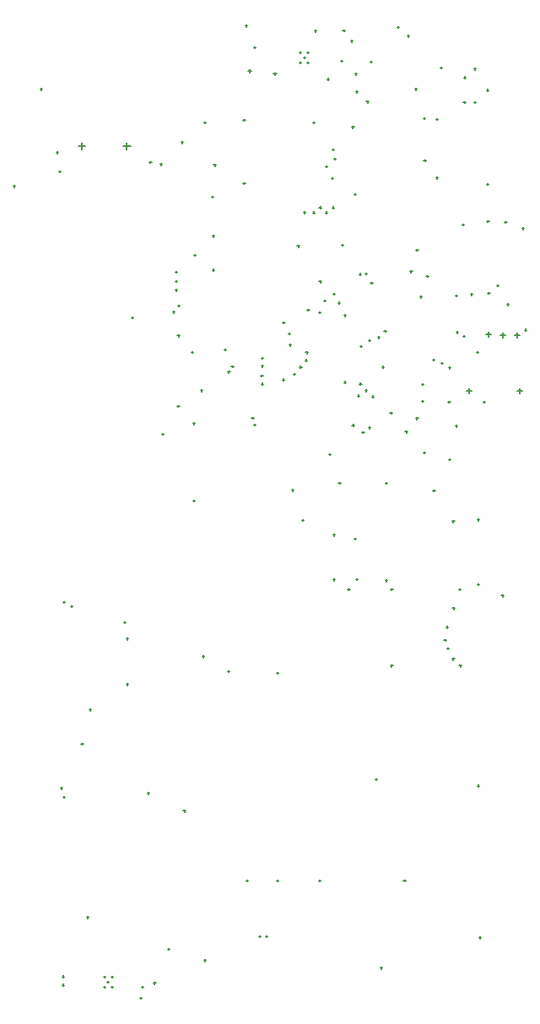
<source format=gbr>
%TF.GenerationSoftware,Altium Limited,Altium Designer,19.0.12 (326)*%
G04 Layer_Color=128*
%FSLAX26Y26*%
%MOIN*%
%TF.FileFunction,Drillmap*%
%TF.Part,Single*%
G01*
G75*
%TA.AperFunction,NonConductor*%
%ADD146C,0.005000*%
D146*
X268063Y113000D02*
X275937D01*
X272000Y109063D02*
Y116937D01*
X273000Y142063D02*
Y149937D01*
X269063Y146000D02*
X276937D01*
X431063Y145000D02*
X438937D01*
X435000Y141063D02*
Y148937D01*
X461063Y145000D02*
X468937D01*
X465000Y141063D02*
Y148937D01*
X453937Y125000D02*
X446063D01*
X450000Y121063D02*
Y128937D01*
X461063Y105000D02*
X468937D01*
X465000Y101063D02*
Y108937D01*
X438937Y105000D02*
X431063D01*
X435000Y101063D02*
Y108937D01*
X576063Y60906D02*
X583937D01*
X585000Y101063D02*
Y108937D01*
X581063Y105000D02*
X588937D01*
X630219Y119844D02*
X638093D01*
X634156Y115907D02*
Y123781D01*
X686063Y255000D02*
X693937D01*
X690000Y251063D02*
Y258937D01*
X828721Y210000D02*
X836595D01*
X832658Y206063D02*
Y213937D01*
X1046063Y305592D02*
X1053937D01*
X1050000Y301655D02*
Y309529D01*
X1071653Y305592D02*
X1079527D01*
X1075590Y301655D02*
Y309529D01*
X1116063Y525000D02*
X1123937D01*
X1120000Y521063D02*
Y528937D01*
X1003937Y525000D02*
X996063D01*
X1000000Y521063D02*
Y528937D01*
X1281063Y525000D02*
X1288937D01*
X1285000Y521063D02*
Y528937D01*
X1530000Y183937D02*
Y176063D01*
X1526063Y180000D02*
X1533937D01*
X1915063Y300000D02*
X1922937D01*
X1919000Y296063D02*
Y303937D01*
X1621256Y521063D02*
Y528937D01*
X1617319Y525000D02*
X1625193D01*
X1908563Y899724D02*
X1916437D01*
X1912500Y895787D02*
Y903661D01*
X1841534Y1369529D02*
Y1377403D01*
X1837597Y1373466D02*
X1845471D01*
X1813976Y1396063D02*
Y1403937D01*
X1810039Y1400000D02*
X1817913D01*
X1792426Y1436859D02*
Y1444733D01*
X1788489Y1440796D02*
X1796363D01*
X1781496Y1471063D02*
Y1478937D01*
X1785433Y1475000D02*
X1777559D01*
X1784803Y1525984D02*
X1792677D01*
X1788740Y1522047D02*
Y1529921D01*
X1811023Y1600000D02*
X1818897D01*
X1814960Y1596063D02*
Y1603937D01*
X1836063Y1675000D02*
X1843937D01*
X1840000Y1671063D02*
Y1678937D01*
X1908563Y1693992D02*
X1916437D01*
X1912500Y1690054D02*
Y1697928D01*
X2003937Y1650000D02*
X2011811D01*
X2007874Y1646063D02*
Y1653937D01*
X1912000Y1946063D02*
Y1953937D01*
X1908063Y1950000D02*
X1915937D01*
X1817913Y1943700D02*
X1810039D01*
X1813976Y1939763D02*
Y1947637D01*
X1737204Y2060389D02*
Y2068263D01*
X1733267Y2064326D02*
X1741141D01*
X1796063Y2188024D02*
X1803937D01*
X1800000Y2184087D02*
Y2191961D01*
X1821063Y2320000D02*
X1828937D01*
X1825000Y2316063D02*
Y2323937D01*
X1884842Y2458464D02*
X1865158D01*
X1875000Y2448622D02*
Y2468307D01*
X1801473Y2415158D02*
X1793599D01*
X1797536Y2411221D02*
Y2419095D01*
X1933071Y2413842D02*
X1940945D01*
X1937008Y2409905D02*
Y2417779D01*
X2065234Y2458971D02*
X2084919D01*
X2075077Y2449128D02*
Y2468814D01*
X2065000Y2667621D02*
Y2687306D01*
X2009000Y2688843D02*
Y2669157D01*
X1999158Y2679000D02*
X2018842D01*
X2055157Y2677463D02*
X2074843D01*
X2096063Y2699790D02*
X2103937D01*
X2100000Y2695853D02*
Y2703727D01*
X2030000Y2796063D02*
Y2803937D01*
X2026063Y2800000D02*
X2033937D01*
X1989531Y2871251D02*
Y2879125D01*
X1985593Y2875188D02*
X1993467D01*
X1957875Y2845000D02*
X1950001D01*
X1953938Y2841063D02*
Y2848937D01*
X1890565Y2840202D02*
X1882691D01*
X1886628Y2836265D02*
Y2844139D01*
X1942158Y2682024D02*
X1961842D01*
X1952000Y2691866D02*
Y2672181D01*
X1912591Y2610796D02*
X1904717D01*
X1908654Y2606859D02*
Y2614733D01*
X1829724Y2686063D02*
Y2693937D01*
X1825787Y2690000D02*
X1833661D01*
X1851063Y2675000D02*
X1858937D01*
X1855000Y2671063D02*
Y2678937D01*
X1803937Y2550000D02*
X1796063D01*
X1800000Y2546063D02*
Y2553937D01*
X1739627Y2582000D02*
X1731753D01*
X1735690Y2585937D02*
Y2578063D01*
X1765119Y2568552D02*
X1772993D01*
X1769056Y2564615D02*
Y2572489D01*
X1695937Y2485069D02*
X1688063D01*
X1692000Y2481132D02*
Y2489006D01*
Y2422787D02*
Y2414913D01*
X1688063Y2418850D02*
X1695937D01*
X1674567Y2350000D02*
X1666693D01*
X1670630Y2346063D02*
Y2353937D01*
X1631937Y2296642D02*
X1624063D01*
X1628000Y2292705D02*
Y2300579D01*
X1695421Y2215094D02*
X1703295D01*
X1699358Y2211157D02*
Y2219031D01*
X1496850Y2432063D02*
Y2439937D01*
X1492913Y2436000D02*
X1500787D01*
X1564371Y2371372D02*
X1572245D01*
X1568308Y2367435D02*
Y2375309D01*
X1487677Y2313426D02*
X1479803D01*
X1461417Y2294670D02*
X1453543D01*
X1457480Y2290733D02*
Y2298607D01*
X1418110Y2318661D02*
Y2326535D01*
X1414173Y2322598D02*
X1422047D01*
X1483740Y2317363D02*
Y2309489D01*
X1468504Y2456063D02*
Y2463937D01*
X1464567Y2460000D02*
X1472441D01*
X1444291Y2439693D02*
X1436417D01*
X1440354Y2435756D02*
Y2443630D01*
X1532283Y2553000D02*
X1540157D01*
X1536220Y2549063D02*
Y2556937D01*
X1520000Y2666063D02*
Y2673937D01*
X1516063Y2670000D02*
X1523937D01*
X1485639Y2658158D02*
X1477765D01*
X1453937Y2635630D02*
X1446063D01*
X1450000Y2631693D02*
Y2639567D01*
X1447232Y2490307D02*
Y2482433D01*
X1443295Y2486370D02*
X1451169D01*
X1385000Y2489177D02*
Y2497051D01*
X1381063Y2493114D02*
X1388937D01*
X1481702Y2654221D02*
Y2662095D01*
X1540629Y2694880D02*
X1548503D01*
X1544566Y2690943D02*
Y2698817D01*
X1386812Y2752983D02*
Y2760857D01*
X1382875Y2756920D02*
X1390749D01*
X1363195Y2802007D02*
Y2809881D01*
X1359258Y2805944D02*
X1367132D01*
X1341812Y2838063D02*
Y2845937D01*
X1337875Y2842000D02*
X1345749D01*
X1310047Y2813920D02*
X1302173D01*
X1306110Y2809983D02*
Y2817857D01*
X1290867Y2767920D02*
X1282993D01*
X1286930Y2763983D02*
Y2771857D01*
X1240944Y2781419D02*
Y2773545D01*
X1237007Y2777482D02*
X1244881D01*
X1238583Y2610000D02*
X1230709D01*
X1234646Y2606063D02*
Y2613937D01*
X1231867Y2583157D02*
Y2575284D01*
X1227929Y2579220D02*
X1235803D01*
X1214961Y2553000D02*
X1207087D01*
X1211024Y2549063D02*
Y2556937D01*
X1188937Y2525000D02*
X1181063D01*
X1185000Y2521063D02*
Y2528937D01*
X1170000Y2636063D02*
Y2643937D01*
X1166063Y2640000D02*
X1173937D01*
X1147047Y2502874D02*
X1139173D01*
X1143110Y2498937D02*
Y2506811D01*
X1060000Y2583811D02*
Y2591685D01*
X1056063Y2587748D02*
X1063937D01*
X1062555Y2556890D02*
X1054681D01*
X1058618Y2552953D02*
Y2560827D01*
X1057536Y2521457D02*
Y2513583D01*
X1053599Y2517520D02*
X1061473D01*
X1060000Y2490307D02*
Y2482433D01*
X1056063Y2486370D02*
X1063937D01*
X912478Y2616535D02*
Y2624409D01*
X908541Y2620472D02*
X916415D01*
X937484Y2555690D02*
X945358D01*
X941421Y2551753D02*
Y2559627D01*
X931129Y2533596D02*
X923255D01*
X927192Y2529659D02*
Y2537533D01*
X783204Y2607063D02*
Y2614937D01*
X787141Y2611000D02*
X779267D01*
X728291Y2672757D02*
Y2680631D01*
X709158Y2766141D02*
Y2774015D01*
X705221Y2770078D02*
X713095D01*
X724354Y2676694D02*
X732228D01*
X731316Y2398932D02*
X723442D01*
X727379Y2394995D02*
Y2402869D01*
X784409Y2330000D02*
X792283D01*
X788346Y2326063D02*
Y2333937D01*
X816063Y2460000D02*
X823937D01*
X820000Y2456063D02*
Y2463937D01*
X1017126Y2351686D02*
X1025000D01*
X1021063Y2347749D02*
Y2355623D01*
X1025637Y2325000D02*
X1033511D01*
X1029574Y2321063D02*
Y2328937D01*
X793937Y2025000D02*
X786063D01*
X790000Y2021063D02*
Y2028937D01*
X1175393Y2066771D02*
X1183267D01*
X1215063Y1947232D02*
X1222937D01*
X1219000Y1943295D02*
Y1951169D01*
X1337875Y1890000D02*
X1345749D01*
X1341812Y1886063D02*
Y1893937D01*
X1421063Y1875000D02*
X1428937D01*
X1425000Y1871063D02*
Y1878937D01*
X1428237Y1715000D02*
X1436111D01*
X1432175Y1711063D02*
Y1718937D01*
X1404529Y1675000D02*
X1396655D01*
X1400592Y1671063D02*
Y1678937D01*
X1567111Y1675592D02*
X1574985D01*
X1571048Y1671655D02*
Y1679529D01*
X1550000Y1706063D02*
Y1713937D01*
X1546063Y1710000D02*
X1553937D01*
X1346478Y1713171D02*
X1338604D01*
X1342541Y1709234D02*
Y1717108D01*
X1179330Y2062834D02*
Y2070708D01*
X1360629Y2094882D02*
X1368503D01*
X1364566Y2090945D02*
Y2098819D01*
X1325000Y2203489D02*
Y2211363D01*
X1321063Y2207426D02*
X1328937D01*
X1544684Y2094882D02*
X1552558D01*
X1548621Y2090945D02*
Y2098819D01*
X1165000Y2681063D02*
Y2688937D01*
X1161063Y2685000D02*
X1168937D01*
X1143827Y2723983D02*
Y2731857D01*
X1139890Y2727920D02*
X1147764D01*
X1283859Y2889920D02*
X1291733D01*
X1287796Y2885983D02*
Y2893857D01*
X1442716Y2919499D02*
X1450590D01*
X1446652Y2915562D02*
Y2923436D01*
X1464567Y2920748D02*
X1472441D01*
X1468504Y2916811D02*
Y2924685D01*
X1487253Y2884626D02*
X1495127D01*
X1491190Y2880689D02*
Y2888562D01*
X1643499Y2930000D02*
X1651373D01*
X1647436Y2926063D02*
Y2933937D01*
X1681167Y2830000D02*
X1689041D01*
X1685104Y2826063D02*
Y2833937D01*
X1821063Y2835000D02*
X1828937D01*
X1825000Y2831063D02*
Y2838937D01*
X1711614Y2908119D02*
Y2915993D01*
X1707677Y2912056D02*
X1715551D01*
X1670630Y3010629D02*
Y3018503D01*
X1666693Y3014566D02*
X1674567D01*
X1849419Y3115000D02*
X1857293D01*
X1853356Y3111063D02*
Y3118937D01*
X1946563Y3128000D02*
X1954437D01*
X1950500Y3124063D02*
Y3131937D01*
X2016905Y3124735D02*
X2024779D01*
X2020842Y3120798D02*
Y3128672D01*
X2086063Y3100000D02*
X2093937D01*
X2090000Y3096063D02*
Y3103937D01*
X1950000Y3270063D02*
Y3277937D01*
X1946063Y3274000D02*
X1953937D01*
X1750000Y3296063D02*
Y3303937D01*
X1746063Y3300000D02*
X1753937D01*
X1701257Y3364806D02*
Y3372680D01*
X1697320Y3368743D02*
X1705194D01*
X1700000Y3531063D02*
Y3538937D01*
X1696063Y3535000D02*
X1703937D01*
X1745433Y3532204D02*
X1753307D01*
X1749370Y3528267D02*
Y3536141D01*
X1854063Y3598000D02*
X1861937D01*
X1858000Y3594063D02*
Y3601937D01*
X1896063Y3598000D02*
X1903937D01*
X1900000Y3594063D02*
Y3601937D01*
X1945063Y3646000D02*
X1952937D01*
X1949000Y3642063D02*
Y3649937D01*
X1900000Y3726063D02*
Y3733937D01*
X1896063Y3730000D02*
X1903937D01*
X1863937Y3696181D02*
X1856063D01*
X1860000Y3692244D02*
Y3700118D01*
X1765000Y3731063D02*
Y3738937D01*
X1761063Y3735000D02*
X1768937D01*
X1635000Y3856063D02*
Y3863937D01*
X1631063Y3860000D02*
X1638937D01*
X1595766Y3890399D02*
Y3898273D01*
X1591829Y3894336D02*
X1599703D01*
X1492787Y3758850D02*
X1484913D01*
X1488850Y3754913D02*
Y3762787D01*
X1661063Y3649842D02*
X1668937D01*
X1665000Y3645905D02*
Y3653779D01*
X1413094Y3836063D02*
Y3843937D01*
X1409157Y3840000D02*
X1417031D01*
X1381222Y3877063D02*
Y3884937D01*
X1385159Y3881000D02*
X1377285D01*
X1270276Y3883937D02*
Y3876063D01*
X1266339Y3880000D02*
X1274213D01*
X1243937Y3795000D02*
X1236063D01*
X1240000Y3791063D02*
Y3798937D01*
X1213937Y3795000D02*
X1206063D01*
X1210000Y3791063D02*
Y3798937D01*
X1221063Y3775000D02*
X1228937D01*
X1225000Y3771063D02*
Y3778937D01*
X1236063Y3755000D02*
X1243937D01*
X1240000Y3751063D02*
Y3758937D01*
X1213937Y3755000D02*
X1206063D01*
X1210000Y3751063D02*
Y3758937D01*
X1368797Y3762232D02*
X1376671D01*
X1372734Y3758295D02*
Y3766169D01*
X1323937Y3689660D02*
X1316063D01*
X1320000Y3685723D02*
Y3693597D01*
X1428237Y3640000D02*
X1436111D01*
X1432175Y3636063D02*
Y3643937D01*
X1470473Y3600000D02*
X1478347D01*
X1474410Y3596063D02*
Y3603937D01*
X1421111Y3500000D02*
X1413237D01*
X1417175Y3496063D02*
Y3503937D01*
X1342913Y3410904D02*
X1335039D01*
X1338976Y3406967D02*
Y3414841D01*
X1341063Y3375000D02*
X1348937D01*
X1345000Y3371063D02*
Y3378937D01*
X1315733Y3345000D02*
X1307859D01*
X1311796Y3341063D02*
Y3348937D01*
X1331063Y3299000D02*
X1338937D01*
X1335000Y3295063D02*
Y3302937D01*
X1335433Y3182704D02*
X1343307D01*
X1339370Y3186641D02*
Y3178767D01*
X1317323Y3162798D02*
X1309449D01*
X1313386Y3158861D02*
Y3166735D01*
X1287796Y3179063D02*
Y3186937D01*
X1283859Y3183000D02*
X1291733D01*
X1421063Y3235742D02*
X1428937D01*
X1425000Y3231805D02*
Y3239679D01*
X1378937Y3035000D02*
X1371063D01*
X1375000Y3031063D02*
Y3038937D01*
X1262204Y3158861D02*
Y3166735D01*
X1258267Y3162798D02*
X1266141D01*
X1228937Y3163562D02*
X1221063D01*
X1225000Y3159625D02*
Y3167499D01*
X1205511Y3029920D02*
X1197637D01*
X1201574Y3025983D02*
Y3033857D01*
X987716Y3273229D02*
Y3281103D01*
X983779Y3277166D02*
X991653D01*
X871322Y3346063D02*
Y3353937D01*
X867385Y3350000D02*
X875259D01*
X866535Y3225000D02*
X858661D01*
X862598Y3221063D02*
Y3228937D01*
X866322Y3074139D02*
Y3066265D01*
X862385Y3070202D02*
X870259D01*
X797245Y2993920D02*
X789371D01*
X793308Y2989983D02*
Y2997857D01*
X862385Y2935920D02*
X870259D01*
X866322Y2931983D02*
Y2939857D01*
X722937Y2928748D02*
X715063D01*
X719000Y2924811D02*
Y2932685D01*
Y2894857D02*
Y2886983D01*
X715063Y2890920D02*
X722937D01*
X722301Y2856692D02*
X714427D01*
X718364Y2852755D02*
Y2860629D01*
X726172Y2795000D02*
X734046D01*
X730109Y2791063D02*
Y2798937D01*
X548937Y2747920D02*
X541063D01*
X545000Y2743983D02*
Y2751857D01*
X662677Y2288912D02*
X670551D01*
X666614Y2284975D02*
Y2292849D01*
X278937Y1625000D02*
X271063D01*
X275000Y1621063D02*
Y1628937D01*
X302063Y1609000D02*
X309937D01*
X306000Y1605063D02*
Y1612937D01*
X521063Y1480000D02*
X528937D01*
X525000Y1476063D02*
Y1483937D01*
X515000Y1541063D02*
Y1548937D01*
X511063Y1545000D02*
X518937D01*
X521701Y1300000D02*
X529575D01*
X525638Y1296063D02*
Y1303937D01*
X383937Y1200000D02*
X376063D01*
X380000Y1196063D02*
Y1203937D01*
X351143Y1065000D02*
X343269D01*
X347206Y1061063D02*
Y1068937D01*
X268937Y890000D02*
X261063D01*
X265000Y886063D02*
Y893937D01*
X273063Y855000D02*
X280937D01*
X277000Y851063D02*
Y858937D01*
X370000Y383937D02*
Y376063D01*
X366063Y380000D02*
X373937D01*
X580000Y64843D02*
Y56969D01*
X747441Y800000D02*
X755315D01*
X751378Y796063D02*
Y803937D01*
X610000Y866063D02*
Y873937D01*
X606063Y870000D02*
X613937D01*
X1116063Y1345000D02*
X1123937D01*
X1120000Y1341063D02*
Y1348937D01*
X928937Y1351890D02*
X921063D01*
X925000Y1347953D02*
Y1355827D01*
X826919Y1406210D02*
Y1414084D01*
X822982Y1410147D02*
X830856D01*
X1504749Y925000D02*
X1512623D01*
X1508686Y921063D02*
Y928937D01*
X1567111Y1373466D02*
X1574985D01*
X1571048Y1369529D02*
Y1377403D01*
X83937Y3266654D02*
X76063D01*
X80000Y3262717D02*
Y3270591D01*
X256063Y3325000D02*
X263937D01*
X260000Y3321063D02*
Y3328937D01*
X333426Y3425000D02*
X360986D01*
X347206Y3411220D02*
Y3438780D01*
X253937Y3400000D02*
X246063D01*
X250000Y3396063D02*
Y3403937D01*
X185000Y3645905D02*
Y3653779D01*
X181063Y3649842D02*
X188937D01*
X510592Y3425000D02*
X538152D01*
X524372Y3411220D02*
Y3438780D01*
X613661Y3362402D02*
X621535D01*
X617598Y3358465D02*
Y3366339D01*
X656063Y3353700D02*
X663937D01*
X660000Y3349763D02*
Y3357637D01*
X738827Y3440000D02*
X746701D01*
X742764Y3436063D02*
Y3443937D01*
X828721Y3518190D02*
X836595D01*
X832658Y3514253D02*
Y3522127D01*
X983779Y3528016D02*
X991653D01*
X987716Y3524079D02*
Y3531953D01*
X1258267Y3519008D02*
X1266141D01*
X1262204Y3515071D02*
Y3522945D01*
X1426063Y3710000D02*
X1433937D01*
X1430000Y3706063D02*
Y3713937D01*
X1115906Y3710000D02*
X1104094D01*
X1110000Y3704095D02*
Y3715905D01*
X1030314Y3811063D02*
Y3818937D01*
X1026377Y3815000D02*
X1034251D01*
X1015905Y3720700D02*
X1004095D01*
X1010000Y3714794D02*
Y3726606D01*
X996850Y3896063D02*
Y3903937D01*
X992913Y3900000D02*
X1000787D01*
%TF.MD5,43a03232d3ce665efcdba460110fed20*%
M02*

</source>
